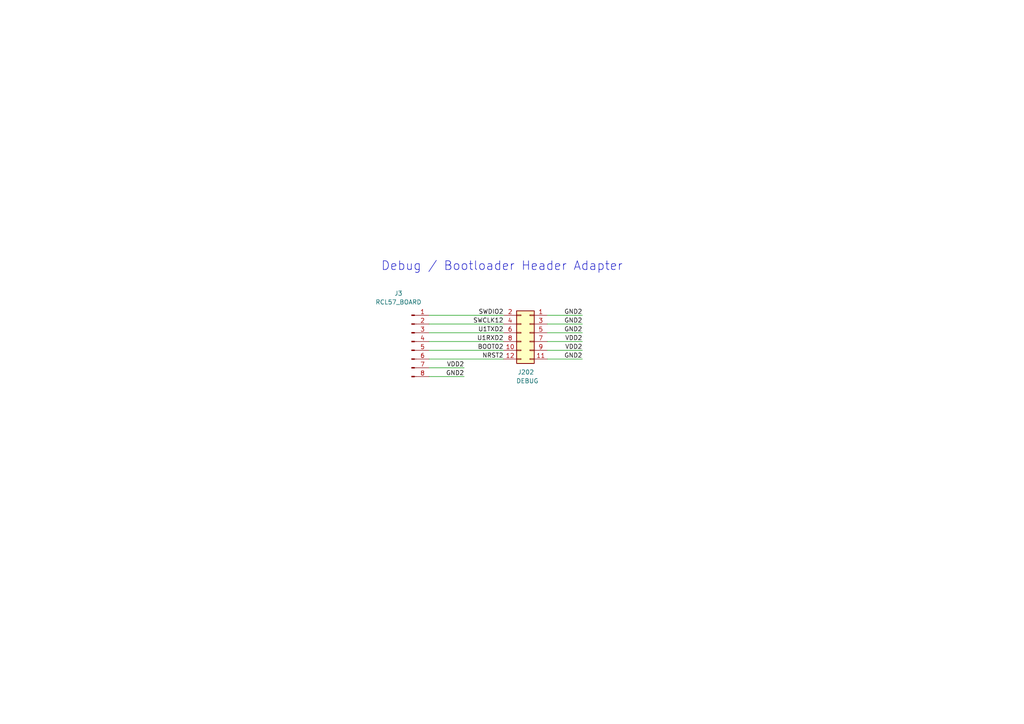
<source format=kicad_sch>
(kicad_sch (version 20230121) (generator eeschema)
  (paper "A4")
  (title_block (title "RCL57 Debug Bootloader Adapter") (date "2024-02-26") (rev "1"))
  (lib_symbols
    (symbol "Connector:Conn_01x08_Pin" (pin_names (offset 1.016) hide)
      (property "Reference" "J" (at 0 10.16 0))
      (property "Value" "Conn_01x08_Pin" (at 0 -12.7 0))
      (symbol "Conn_01x08_Pin_1_1"
        (polyline (pts (xy 1.27 -10.16) (xy 0.8636 -10.16)) (stroke (width 0.1524)))
        (polyline (pts (xy 1.27 -7.62) (xy 0.8636 -7.62)) (stroke (width 0.1524)))
        (polyline (pts (xy 1.27 -5.08) (xy 0.8636 -5.08)) (stroke (width 0.1524)))
        (polyline (pts (xy 1.27 -2.54) (xy 0.8636 -2.54)) (stroke (width 0.1524)))
        (polyline (pts (xy 1.27 0) (xy 0.8636 0)) (stroke (width 0.1524)))
        (polyline (pts (xy 1.27 2.54) (xy 0.8636 2.54)) (stroke (width 0.1524)))
        (polyline (pts (xy 1.27 5.08) (xy 0.8636 5.08)) (stroke (width 0.1524)))
        (polyline (pts (xy 1.27 7.62) (xy 0.8636 7.62)) (stroke (width 0.1524)))
        (rectangle (start 0.8636 -10.033) (end 0 -10.287) (stroke (width 0.1524)) (fill (type outline)))
        (rectangle (start 0.8636 -7.493) (end 0 -7.747) (stroke (width 0.1524)) (fill (type outline)))
        (rectangle (start 0.8636 -4.953) (end 0 -5.207) (stroke (width 0.1524)) (fill (type outline)))
        (rectangle (start 0.8636 -2.413) (end 0 -2.667) (stroke (width 0.1524)) (fill (type outline)))
        (rectangle (start 0.8636 0.127) (end 0 -0.127) (stroke (width 0.1524)) (fill (type outline)))
        (rectangle (start 0.8636 2.667) (end 0 2.413) (stroke (width 0.1524)) (fill (type outline)))
        (rectangle (start 0.8636 5.207) (end 0 4.953) (stroke (width 0.1524)) (fill (type outline)))
        (rectangle (start 0.8636 7.747) (end 0 7.493) (stroke (width 0.1524)) (fill (type outline)))
        (pin passive line (at 5.08 7.62 180) (length 3.81) (name "Pin_1") (number "1"))
        (pin passive line (at 5.08 5.08 180) (length 3.81) (name "Pin_2") (number "2"))
        (pin passive line (at 5.08 2.54 180) (length 3.81) (name "Pin_3") (number "3"))
        (pin passive line (at 5.08 0 180) (length 3.81) (name "Pin_4") (number "4"))
        (pin passive line (at 5.08 -2.54 180) (length 3.81) (name "Pin_5") (number "5"))
        (pin passive line (at 5.08 -5.08 180) (length 3.81) (name "Pin_6") (number "6"))
        (pin passive line (at 5.08 -7.62 180) (length 3.81) (name "Pin_7") (number "7"))
        (pin passive line (at 5.08 -10.16 180) (length 3.81) (name "Pin_8") (number "8"))
      )
    )
    (symbol "Connector_Generic:Conn_02x06_Odd_Even" (pin_names (offset 1.016) hide)
      (property "Reference" "J" (at 1.27 7.62 0))
      (property "Value" "Conn_02x06_Odd_Even" (at 1.27 -10.16 0))
      (symbol "Conn_02x06_Odd_Even_1_1"
        (rectangle (start -1.27 -7.493) (end 0 -7.747) (stroke (width 0.1524)))
        (rectangle (start -1.27 -4.953) (end 0 -5.207) (stroke (width 0.1524)))
        (rectangle (start -1.27 -2.413) (end 0 -2.667) (stroke (width 0.1524)))
        (rectangle (start -1.27 0.127) (end 0 -0.127) (stroke (width 0.1524)))
        (rectangle (start -1.27 2.667) (end 0 2.413) (stroke (width 0.1524)))
        (rectangle (start -1.27 5.207) (end 0 4.953) (stroke (width 0.1524)))
        (rectangle (start -1.27 6.35) (end 3.81 -8.89) (stroke (width 0.254)) (fill (type background)))
        (rectangle (start 3.81 -7.493) (end 2.54 -7.747) (stroke (width 0.1524)))
        (rectangle (start 3.81 -4.953) (end 2.54 -5.207) (stroke (width 0.1524)))
        (rectangle (start 3.81 -2.413) (end 2.54 -2.667) (stroke (width 0.1524)))
        (rectangle (start 3.81 0.127) (end 2.54 -0.127) (stroke (width 0.1524)))
        (rectangle (start 3.81 2.667) (end 2.54 2.413) (stroke (width 0.1524)))
        (rectangle (start 3.81 5.207) (end 2.54 4.953) (stroke (width 0.1524)))
        (pin passive line (at -5.08 5.08 0) (length 3.81) (name "Pin_1") (number "1"))
        (pin passive line (at 7.62 -5.08 180) (length 3.81) (name "Pin_10") (number "10"))
        (pin passive line (at -5.08 -7.62 0) (length 3.81) (name "Pin_11") (number "11"))
        (pin passive line (at 7.62 -7.62 180) (length 3.81) (name "Pin_12") (number "12"))
        (pin passive line (at 7.62 5.08 180) (length 3.81) (name "Pin_2") (number "2"))
        (pin passive line (at -5.08 2.54 0) (length 3.81) (name "Pin_3") (number "3"))
        (pin passive line (at 7.62 2.54 180) (length 3.81) (name "Pin_4") (number "4"))
        (pin passive line (at -5.08 0 0) (length 3.81) (name "Pin_5") (number "5"))
        (pin passive line (at 7.62 0 180) (length 3.81) (name "Pin_6") (number "6"))
        (pin passive line (at -5.08 -2.54 0) (length 3.81) (name "Pin_7") (number "7"))
        (pin passive line (at 7.62 -2.54 180) (length 3.81) (name "Pin_8") (number "8"))
        (pin passive line (at -5.08 -5.08 0) (length 3.81) (name "Pin_9") (number "9"))
      )
    )
  )
  (wire (pts (xy 158.75 91.44) (xy 168.91 91.44)))
  (wire (pts (xy 124.46 93.98) (xy 146.05 93.98)))
  (wire (pts (xy 124.46 101.6) (xy 146.05 101.6)))
  (wire (pts (xy 124.46 96.52) (xy 146.05 96.52)))
  (wire (pts (xy 124.46 91.44) (xy 146.05 91.44)))
  (wire (pts (xy 158.75 99.06) (xy 168.91 99.06)))
  (wire (pts (xy 158.75 101.6) (xy 168.91 101.6)))
  (wire (pts (xy 158.75 104.14) (xy 168.91 104.14)))
  (wire (pts (xy 158.75 96.52) (xy 168.91 96.52)))
  (wire (pts (xy 124.46 106.68) (xy 134.62 106.68)))
  (wire (pts (xy 124.46 99.06) (xy 146.05 99.06)))
  (wire (pts (xy 158.75 93.98) (xy 168.91 93.98)))
  (wire (pts (xy 124.46 104.14) (xy 146.05 104.14)))
  (wire (pts (xy 124.46 109.22) (xy 134.62 109.22)))
  (text "Debug / Bootloader Header Adapter" (at 110.49 78.74 0) (effects (font (size 2.54 2.54)) (justify left bottom)))
  (label "NRST2" (at 146.05 104.14 180))
  (label "GND2" (at 168.91 93.98 180))
  (label "GND2" (at 168.91 96.52 180))
  (label "BOOT02" (at 146.05 101.6 180))
  (label "VDD2" (at 168.91 99.06 180))
  (label "GND2" (at 168.91 104.14 180))
  (label "VDD2" (at 134.62 106.68 180))
  (label "SWDIO2" (at 146.05 91.44 180))
  (label "SWCLK12" (at 146.05 93.98 180))
  (label "U1TXD2" (at 146.05 96.52 180))
  (label "GND2" (at 168.91 91.44 180))
  (label "GND2" (at 134.62 109.22 180))
  (label "U1RXD2" (at 146.05 99.06 180))
  (label "VDD2" (at 168.91 101.6 180))
  (symbol (lib_id "Connector:Conn_01x08_Pin") (at 119.38 99.06 0) (unit 1)
    (property "Reference" "J3" (at 115.57 85.09 0))
    (property "Value" "RCL57_BOARD" (at 115.57 87.63 0))
    (property "Footprint" "Connector_PinSocket_2.00mm:PinSocket_1x08_P2.00mm_Vertical" (effects hide))
    (instances (project "rcl57_debug_psu" (path "" (reference "J3") (unit 1)) (path "" (reference "J201") (unit 1))) (project "ti57mcu" (path "" (reference "J3") (unit 1))))
  )
  (symbol (lib_id "Connector_Generic:Conn_02x06_Odd_Even") (at 153.67 96.52 0) (mirror y) (unit 1)
    (property "Reference" "J202" (at 154.94 107.95 0) (effects (justify left)))
    (property "Value" "DEBUG" (at 156.21 110.49 0) (effects (justify left)))
    (property "Footprint" "Connector_PinHeader_2.54mm:PinHeader_2x06_P2.54mm_Vertical" (effects hide))
  )
)
</source>
